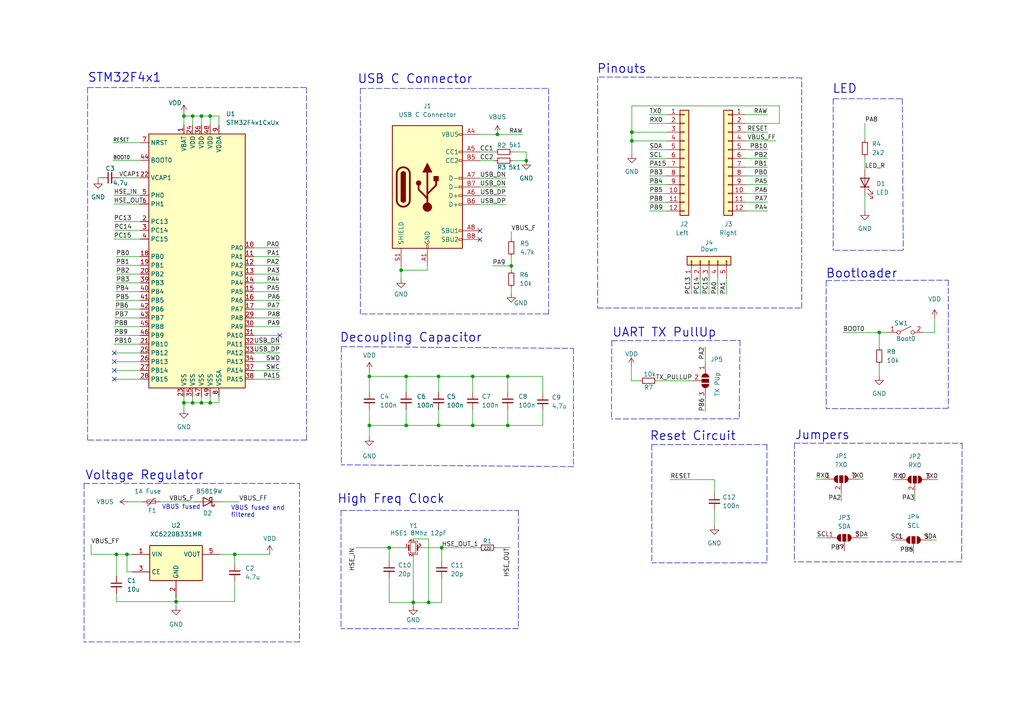
<source format=kicad_sch>
(kicad_sch (version 20250114) (generator "eeschema") (generator_version "9.0")
  (paper "A4")
  (title_block (title "STeMCell") (date "2022-08-08") (rev "2.0.0"))
  (lib_symbols
    (symbol "Connector:USB_C_Receptacle_USB2.0" (pin_names (offset 1.016))
      (property "Reference" "J" (at -10.16 19.05 0))
      (property "Value" "USB_C_Receptacle_USB2.0" (at 19.05 19.05 0))
      (symbol "USB_C_Receptacle_USB2.0_1_1"
        (pin passive line (at -7.62 -22.86 90) (length 5.08) (name "SHIELD") (number "S1"))
        (pin passive line (at 0 -22.86 90) (length 5.08) (name "GND") (number "A1"))
        (pin passive line (at 0 -22.86 90) (length 5.08) (hide yes) (name "GND") (number "A12"))
        (pin passive line (at 0 -22.86 90) (length 5.08) (hide yes) (name "GND") (number "B1"))
        (pin passive line (at 0 -22.86 90) (length 5.08) (hide yes) (name "GND") (number "B12"))
        (pin passive line (at 15.24 15.24 180) (length 5.08) (name "VBUS") (number "A4"))
        (pin passive line (at 15.24 15.24 180) (length 5.08) (hide yes) (name "VBUS") (number "A9"))
        (pin passive line (at 15.24 15.24 180) (length 5.08) (hide yes) (name "VBUS") (number "B4"))
        (pin passive line (at 15.24 15.24 180) (length 5.08) (hide yes) (name "VBUS") (number "B9"))
        (pin bidirectional line (at 15.24 10.16 180) (length 5.08) (name "CC1") (number "A5"))
        (pin bidirectional line (at 15.24 7.62 180) (length 5.08) (name "CC2") (number "B5"))
        (pin bidirectional line (at 15.24 2.54 180) (length 5.08) (name "D-") (number "A7"))
        (pin bidirectional line (at 15.24 0 180) (length 5.08) (name "D-") (number "B7"))
        (pin bidirectional line (at 15.24 -2.54 180) (length 5.08) (name "D+") (number "A6"))
        (pin bidirectional line (at 15.24 -5.08 180) (length 5.08) (name "D+") (number "B6"))
        (pin bidirectional line (at 15.24 -12.7 180) (length 5.08) (name "SBU1") (number "A8"))
        (pin bidirectional line (at 15.24 -15.24 180) (length 5.08) (name "SBU2") (number "B8"))
      )
    )
    (symbol "Connector_Generic:Conn_01x05" (pin_names (offset 1.016) (hide yes))
      (property "Reference" "J" (at 0 7.62 0))
      (property "Value" "Conn_01x05" (at 0 -7.62 0))
      (symbol "Conn_01x05_1_1"
        (pin passive line (at -5.08 5.08 0) (length 3.81) (name "Pin_1") (number "1"))
        (pin passive line (at -5.08 2.54 0) (length 3.81) (name "Pin_2") (number "2"))
        (pin passive line (at -5.08 0 0) (length 3.81) (name "Pin_3") (number "3"))
        (pin passive line (at -5.08 -2.54 0) (length 3.81) (name "Pin_4") (number "4"))
        (pin passive line (at -5.08 -5.08 0) (length 3.81) (name "Pin_5") (number "5"))
      )
    )
    (symbol "Connector_Generic:Conn_01x12" (pin_names (offset 1.016) (hide yes))
      (property "Reference" "J" (at 0 15.24 0))
      (property "Value" "Conn_01x12" (at 0 -17.78 0))
      (symbol "Conn_01x12_1_1"
        (pin passive line (at -5.08 12.7 0) (length 3.81) (name "Pin_1") (number "1"))
        (pin passive line (at -5.08 10.16 0) (length 3.81) (name "Pin_2") (number "2"))
        (pin passive line (at -5.08 7.62 0) (length 3.81) (name "Pin_3") (number "3"))
        (pin passive line (at -5.08 5.08 0) (length 3.81) (name "Pin_4") (number "4"))
        (pin passive line (at -5.08 2.54 0) (length 3.81) (name "Pin_5") (number "5"))
        (pin passive line (at -5.08 0 0) (length 3.81) (name "Pin_6") (number "6"))
        (pin passive line (at -5.08 -2.54 0) (length 3.81) (name "Pin_7") (number "7"))
        (pin passive line (at -5.08 -5.08 0) (length 3.81) (name "Pin_8") (number "8"))
        (pin passive line (at -5.08 -7.62 0) (length 3.81) (name "Pin_9") (number "9"))
        (pin passive line (at -5.08 -10.16 0) (length 3.81) (name "Pin_10") (number "10"))
        (pin passive line (at -5.08 -12.7 0) (length 3.81) (name "Pin_11") (number "11"))
        (pin passive line (at -5.08 -15.24 0) (length 3.81) (name "Pin_12") (number "12"))
      )
    )
    (symbol "Device:C_Small" (pin_numbers (hide yes)) (pin_names (offset 0.254) (hide yes))
      (property "Reference" "C" (at 0.254 1.778 0))
      (property "Value" "C_Small" (at 0.254 -2.032 0))
      (symbol "C_Small_1_1"
        (pin passive line (at 0 2.54 270) (length 2.032) (name "~") (number "1"))
        (pin passive line (at 0 -2.54 90) (length 2.032) (name "~") (number "2"))
      )
    )
    (symbol "Device:Crystal_GND24_Small" (pin_names (offset 1.016) (hide yes))
      (property "Reference" "Y" (at 1.27 4.445 0))
      (property "Value" "Crystal_GND24_Small" (at 1.27 2.54 0))
      (symbol "Crystal_GND24_Small_1_1"
        (pin passive line (at -2.54 0 0) (length 1.27) (name "1") (number "1"))
        (pin passive line (at 0 2.54 270) (length 0.635) (name "4") (number "4"))
        (pin passive line (at 0 -2.54 90) (length 0.635) (name "2") (number "2"))
        (pin passive line (at 2.54 0 180) (length 1.27) (name "3") (number "3"))
      )
    )
    (symbol "Device:LED" (pin_numbers (hide yes)) (pin_names (offset 1.016) (hide yes))
      (property "Reference" "D" (at 0 2.54 0))
      (property "Value" "LED" (at 0 -2.54 0))
      (symbol "LED_1_1"
        (pin passive line (at -3.81 0 0) (length 2.54) (name "K") (number "1"))
        (pin passive line (at 3.81 0 180) (length 2.54) (name "A") (number "2"))
      )
    )
    (symbol "Device:Polyfuse_Small" (pin_numbers (hide yes)) (pin_names (offset 0))
      (property "Reference" "F" (at -1.905 0 90))
      (property "Value" "Polyfuse_Small" (at 1.905 0 90))
      (symbol "Polyfuse_Small_1_1"
        (pin passive line (at 0 2.54 270) (length 0.635) (name "~") (number "1"))
        (pin passive line (at 0 -2.54 90) (length 0.635) (name "~") (number "2"))
      )
    )
    (symbol "Device:R_Small" (pin_numbers (hide yes)) (pin_names (offset 0.254) (hide yes))
      (property "Reference" "R" (at 0.762 0.508 0))
      (property "Value" "R_Small" (at 0.762 -1.016 0))
      (symbol "R_Small_1_1"
        (pin passive line (at 0 2.54 270) (length 0.762) (name "~") (number "1"))
        (pin passive line (at 0 -2.54 90) (length 0.762) (name "~") (number "2"))
      )
    )
    (symbol "Diode:1N5819" (pin_numbers (hide yes)) (pin_names (offset 1.016) (hide yes))
      (property "Reference" "D" (at 0 2.54 0))
      (property "Value" "1N5819" (at 0 -2.54 0))
      (symbol "1N5819_1_1"
        (pin passive line (at -3.81 0 0) (length 2.54) (name "K") (number "1"))
        (pin passive line (at 3.81 0 180) (length 2.54) (name "A") (number "2"))
      )
    )
    (symbol "Jumper:SolderJumper_3_Open" (pin_names (offset 0) (hide yes))
      (property "Reference" "JP" (at -2.54 -2.54 0))
      (property "Value" "SolderJumper_3_Open" (at 0 2.794 0))
      (symbol "SolderJumper_3_Open_1_1"
        (pin passive line (at -5.08 0 0) (length 2.54) (name "A") (number "1"))
        (pin input line (at 0 -3.81 90) (length 2.54) (name "C") (number "2"))
        (pin passive line (at 5.08 0 180) (length 2.54) (name "B") (number "3"))
      )
    )
    (symbol "MCU_ST_STM32F4:STM32F411CCUx"
      (property "Reference" "U" (at -15.24 36.83 0))
      (property "Value" "STM32F411CCUx" (at 7.62 36.83 0))
      (symbol "STM32F411CCUx_1_1"
        (pin input line (at -17.78 33.02 0) (length 2.54) (name "NRST") (number "7"))
        (pin input line (at -17.78 27.94 0) (length 2.54) (name "BOOT0") (number "44"))
        (pin power_in line (at -17.78 22.86 0) (length 2.54) (name "VCAP1") (number "22"))
        (pin input line (at -17.78 17.78 0) (length 2.54) (name "PH0") (number "5"))
        (pin input line (at -17.78 15.24 0) (length 2.54) (name "PH1") (number "6"))
        (pin bidirectional line (at -17.78 10.16 0) (length 2.54) (name "PC13") (number "2"))
        (pin bidirectional line (at -17.78 7.62 0) (length 2.54) (name "PC14") (number "3"))
        (pin bidirectional line (at -17.78 5.08 0) (length 2.54) (name "PC15") (number "4"))
        (pin bidirectional line (at -17.78 0 0) (length 2.54) (name "PB0") (number "18"))
        (pin bidirectional line (at -17.78 -2.54 0) (length 2.54) (name "PB1") (number "19"))
        (pin bidirectional line (at -17.78 -5.08 0) (length 2.54) (name "PB2") (number "20"))
        (pin bidirectional line (at -17.78 -7.62 0) (length 2.54) (name "PB3") (number "39"))
        (pin bidirectional line (at -17.78 -10.16 0) (length 2.54) (name "PB4") (number "40"))
        (pin bidirectional line (at -17.78 -12.7 0) (length 2.54) (name "PB5") (number "41"))
        (pin bidirectional line (at -17.78 -15.24 0) (length 2.54) (name "PB6") (number "42"))
        (pin bidirectional line (at -17.78 -17.78 0) (length 2.54) (name "PB7") (number "43"))
        (pin bidirectional line (at -17.78 -20.32 0) (length 2.54) (name "PB8") (number "45"))
        (pin bidirectional line (at -17.78 -22.86 0) (length 2.54) (name "PB9") (number "46"))
        (pin bidirectional line (at -17.78 -25.4 0) (length 2.54) (name "PB10") (number "21"))
        (pin bidirectional line (at -17.78 -27.94 0) (length 2.54) (name "PB12") (number "25"))
        (pin bidirectional line (at -17.78 -30.48 0) (length 2.54) (name "PB13") (number "26"))
        (pin bidirectional line (at -17.78 -33.02 0) (length 2.54) (name "PB14") (number "27"))
        (pin bidirectional line (at -17.78 -35.56 0) (length 2.54) (name "PB15") (number "28"))
        (pin power_in line (at -5.08 38.1 270) (length 2.54) (name "VBAT") (number "1"))
        (pin power_in line (at -5.08 -40.64 90) (length 2.54) (name "VSS") (number "23"))
        (pin power_in line (at -2.54 38.1 270) (length 2.54) (name "VDD") (number "24"))
        (pin power_in line (at -2.54 -40.64 90) (length 2.54) (name "VSS") (number "35"))
        (pin power_in line (at 0 38.1 270) (length 2.54) (name "VDD") (number "36"))
        (pin power_in line (at 0 -40.64 90) (length 2.54) (name "VSS") (number "47"))
        (pin power_in line (at 2.54 38.1 270) (length 2.54) (name "VDD") (number "48"))
        (pin power_in line (at 2.54 -40.64 90) (length 2.54) (name "VSS") (number "49"))
        (pin power_in line (at 5.08 38.1 270) (length 2.54) (name "VDDA") (number "9"))
        (pin power_in line (at 5.08 -40.64 90) (length 2.54) (name "VSSA") (number "8"))
        (pin bidirectional line (at 15.24 2.54 180) (length 2.54) (name "PA0") (number "10"))
        (pin bidirectional line (at 15.24 0 180) (length 2.54) (name "PA1") (number "11"))
        (pin bidirectional line (at 15.24 -2.54 180) (length 2.54) (name "PA2") (number "12"))
        (pin bidirectional line (at 15.24 -5.08 180) (length 2.54) (name "PA3") (number "13"))
        (pin bidirectional line (at 15.24 -7.62 180) (length 2.54) (name "PA4") (number "14"))
        (pin bidirectional line (at 15.24 -10.16 180) (length 2.54) (name "PA5") (number "15"))
        (pin bidirectional line (at 15.24 -12.7 180) (length 2.54) (name "PA6") (number "16"))
        (pin bidirectional line (at 15.24 -15.24 180) (length 2.54) (name "PA7") (number "17"))
        (pin bidirectional line (at 15.24 -17.78 180) (length 2.54) (name "PA8") (number "29"))
        (pin bidirectional line (at 15.24 -20.32 180) (length 2.54) (name "PA9") (number "30"))
        (pin bidirectional line (at 15.24 -22.86 180) (length 2.54) (name "PA10") (number "31"))
        (pin bidirectional line (at 15.24 -25.4 180) (length 2.54) (name "PA11") (number "32"))
        (pin bidirectional line (at 15.24 -27.94 180) (length 2.54) (name "PA12") (number "33"))
        (pin bidirectional line (at 15.24 -30.48 180) (length 2.54) (name "PA13") (number "34"))
        (pin bidirectional line (at 15.24 -33.02 180) (length 2.54) (name "PA14") (number "37"))
        (pin bidirectional line (at 15.24 -35.56 180) (length 2.54) (name "PA15") (number "38"))
      )
    )
    (symbol "Regulator_Linear:XC6220B331MR"
      (property "Reference" "U" (at 0 8.89 0))
      (property "Value" "XC6220B331MR" (at 0 6.35 0))
      (symbol "XC6220B331MR_1_1"
        (pin power_in line (at -12.7 2.54 0) (length 5.08) (name "VIN") (number "1"))
        (pin input line (at -12.7 -2.54 0) (length 5.08) (name "CE") (number "3"))
        (pin power_in line (at 0 -10.16 90) (length 5.08) (name "GND") (number "2"))
        (pin power_out line (at 12.7 2.54 180) (length 5.08) (name "VOUT") (number "5"))
        (pin no_connect line (at 12.7 -2.54 180) (length 5.08) (hide yes) (name "NC") (number "4"))
      )
    )
    (symbol "Switch:SW_SPST" (pin_names (offset 0) (hide yes))
      (property "Reference" "SW" (at 0 3.175 0))
      (property "Value" "SW_SPST" (at 0 -2.54 0))
      (symbol "SW_SPST_1_1"
        (pin passive line (at -5.08 0 0) (length 2.54) (name "A") (number "1"))
        (pin passive line (at 5.08 0 180) (length 2.54) (name "B") (number "2"))
      )
    )
    (symbol "power:GND" (power) (pin_names (offset 0))
      (property "Value" "GND" (at 0 -3.81 0))
      (symbol "GND_1_1"
        (pin power_in line (at 0 0 270) (length 0) (hide yes) (name "GND") (number "1"))
      )
    )
    (symbol "power:VBUS" (power) (pin_names (offset 0))
      (property "Value" "VBUS" (at 0 3.81 0))
      (symbol "VBUS_1_1"
        (pin power_in line (at 0 0 90) (length 0) (hide yes) (name "VBUS") (number "1"))
      )
    )
    (symbol "power:VDD" (power) (pin_names (offset 0))
      (property "Value" "VDD" (at 0 3.81 0))
      (symbol "VDD_1_1"
        (pin power_in line (at 0 0 90) (length 0) (hide yes) (name "VDD") (number "1"))
      )
    )
  )
  (text "Jumpers\n" (at 230.4796 127.7874 0) (effects (font (size 2.54 2.54) (thickness 0.254) (bold yes)) (justify left bottom)))
  (text "Decoupling Capacitor\n" (at 98.5012 99.5172 0) (effects (font (size 2.54 2.54) (thickness 0.254) (bold yes)) (justify left bottom)))
  (text "STM32F4x1" (at 25.4 24.13 0) (effects (font (size 2.54 2.54) (thickness 0.254) (bold yes)) (justify left bottom)))
  (text "Reset Circuit" (at 188.4172 128.0668 0) (effects (font (size 2.54 2.54) (thickness 0.254) (bold yes)) (justify left bottom)))
  (text "VBUS fused" (at 46.9392 147.8788 0) (effects (font (size 1.27 1.27)) (justify left bottom)))
  (text "Voltage Regulator\n" (at 24.638 139.446 0) (effects (font (size 2.54 2.54) (thickness 0.254) (bold yes)) (justify left bottom)))
  (text "LED\n\n" (at 241.4016 31.4452 0) (effects (font (size 2.54 2.54) (thickness 0.254) (bold yes)) (justify left bottom)))
  (text "High Freq Clock\n" (at 97.7646 146.2786 0) (effects (font (size 2.54 2.54) (thickness 0.254) (bold yes)) (justify left bottom)))
  (text "Bootloader" (at 239.4712 80.9244 0) (effects (font (size 2.54 2.54) (thickness 0.254) (bold yes)) (justify left bottom)))
  (text "UART TX PullUp" (at 177.5206 98.044 0) (effects (font (size 2.54 2.54) (thickness 0.254) (bold yes)) (justify left bottom)))
  (text "USB C Connector" (at 103.632 24.511 0) (effects (font (size 2.54 2.54) (thickness 0.254) (bold yes)) (justify left bottom)))
  (text "VBUS fused and\nfiltered" (at 66.9544 150.2156 0) (effects (font (size 1.27 1.27)) (justify left bottom)))
  (text "Pinouts\n" (at 173.101 21.5646 0) (effects (font (size 2.54 2.54) (thickness 0.254) (bold yes)) (justify left bottom)))
  (junction (at 68.072 160.782))
  (junction (at 127.2032 123.3932))
  (junction (at 119.8626 174.7266))
  (junction (at 53.34 116.84))
  (junction (at 255.016 96.4184))
  (junction (at 148.2852 77.1144))
  (junction (at 116.332 78.359))
  (junction (at 124.3076 174.7266))
  (junction (at 137.1092 123.3932))
  (junction (at 117.8052 109.1692))
  (junction (at 137.1092 109.1692))
  (junction (at 144.272 38.989))
  (junction (at 55.88 33.655))
  (junction (at 117.8052 123.3932))
  (junction (at 51.054 174.498))
  (junction (at 183.261 40.8686))
  (junction (at 60.96 33.655))
  (junction (at 60.96 116.84))
  (junction (at 152.654 46.609))
  (junction (at 58.42 33.655))
  (junction (at 107.1372 123.3932))
  (junction (at 183.261 38.3286))
  (junction (at 128.1176 158.8516))
  (junction (at 147.2692 123.3932))
  (junction (at 58.42 116.84))
  (junction (at 53.34 33.655))
  (junction (at 55.88 116.84))
  (junction (at 147.2692 109.1692))
  (junction (at 36.83 160.782))
  (junction (at 112.8776 158.8516))
  (junction (at 33.782 160.782))
  (junction (at 107.1372 109.1692))
  (junction (at 127.2032 109.1692))
  (no_connect (at 33.147 107.442))
  (no_connect (at 139.192 66.929))
  (no_connect (at 139.192 69.469))
  (no_connect (at 81.153 97.282))
  (no_connect (at 33.147 109.982))
  (no_connect (at 33.147 104.902))
  (no_connect (at 33.147 102.362))
  (wire (pts (xy 226.06 30.7086) (xy 183.261 30.7086)))
  (polyline (pts (xy 150.3426 182.3466) (xy 98.9076 182.3466)) (stroke (width 0) (type dash)))
  (wire (pts (xy 236.6264 138.9634) (xy 238.9124 138.9634)))
  (wire (pts (xy 250.8504 45.593) (xy 250.8504 49.149)))
  (wire (pts (xy 250.4694 138.9634) (xy 249.0724 138.9634)))
  (wire (pts (xy 46.4312 145.542) (xy 56.388 145.542)))
  (wire (pts (xy 137.1092 118.8212) (xy 137.1092 123.3932)))
  (polyline (pts (xy 88.9 25.4) (xy 88.9 127.635)) (stroke (width 0) (type dash)))
  (wire (pts (xy 183.261 40.8686) (xy 193.421 40.8686)))
  (wire (pts (xy 216.281 40.8686) (xy 225.0186 40.8686)))
  (wire (pts (xy 271.6784 156.6164) (xy 270.0274 156.6164)))
  (wire (pts (xy 117.8052 109.1692) (xy 127.2032 109.1692)))
  (wire (pts (xy 116.332 77.089) (xy 116.332 78.359)))
  (wire (pts (xy 73.66 104.902) (xy 81.2546 104.902)))
  (wire (pts (xy 33.655 79.502) (xy 40.64 79.502)))
  (wire (pts (xy 33.782 160.782) (xy 36.83 160.782)))
  (wire (pts (xy 183.134 110.4392) (xy 185.5724 110.4392)))
  (wire (pts (xy 68.072 160.782) (xy 68.072 163.576)))
  (wire (pts (xy 157.4292 119.0752) (xy 157.4292 123.3932)))
  (wire (pts (xy 33.274 92.202) (xy 40.64 92.202)))
  (polyline (pts (xy 88.9 127.635) (xy 25.4 127.635)) (stroke (width 0) (type dash)))
  (wire (pts (xy 73.66 71.882) (xy 81.026 71.882)))
  (wire (pts (xy 216.281 35.7886) (xy 226.06 35.7886)))
  (wire (pts (xy 147.2692 118.8212) (xy 147.2692 123.3932)))
  (wire (pts (xy 73.66 102.362) (xy 81.2038 102.362)))
  (wire (pts (xy 137.1092 123.3932) (xy 127.2032 123.3932)))
  (wire (pts (xy 216.281 45.9486) (xy 222.631 45.9486)))
  (wire (pts (xy 188.341 33.2486) (xy 193.421 33.2486)))
  (wire (pts (xy 32.766 41.402) (xy 40.64 41.402)))
  (polyline (pts (xy 189.0522 128.9558) (xy 189.0522 163.2458)) (stroke (width 0) (type dash)))
  (wire (pts (xy 255.016 105.8164) (xy 255.016 109.0676)))
  (wire (pts (xy 143.9164 158.8516) (xy 147.9804 158.8516)))
  (wire (pts (xy 122.4026 158.8516) (xy 128.1176 158.8516)))
  (wire (pts (xy 143.5862 44.069) (xy 139.192 44.069)))
  (polyline (pts (xy 261.7216 28.6512) (xy 261.9756 72.5932)) (stroke (width 0) (type dash)))
  (polyline (pts (xy 166.3192 101.0412) (xy 166.3192 135.3312)) (stroke (width 0) (type dash)))
  (wire (pts (xy 58.42 33.655) (xy 58.42 36.322)))
  (wire (pts (xy 183.261 38.3286) (xy 183.261 40.8686)))
  (wire (pts (xy 60.96 115.062) (xy 60.96 116.84)))
  (wire (pts (xy 33.401 89.662) (xy 40.64 89.662)))
  (polyline (pts (xy 104.521 25.654) (xy 159.131 25.654)) (stroke (width 0) (type dash)))
  (wire (pts (xy 216.281 43.4086) (xy 222.631 43.4086)))
  (wire (pts (xy 148.2852 67.1576) (xy 148.2852 69.342)))
  (wire (pts (xy 112.8776 167.7416) (xy 112.8776 174.7266)))
  (wire (pts (xy 73.66 94.742) (xy 81.2292 94.742)))
  (polyline (pts (xy 239.6236 81.3816) (xy 239.6236 118.5418)) (stroke (width 0) (type dash)))
  (wire (pts (xy 139.192 38.989) (xy 144.272 38.989)))
  (wire (pts (xy 152.654 44.069) (xy 152.654 46.609)))
  (wire (pts (xy 124.3076 156.3116) (xy 124.3076 174.7266)))
  (wire (pts (xy 73.66 109.982) (xy 81.2546 109.982)))
  (polyline (pts (xy 177.4444 98.806) (xy 214.63 98.7552)) (stroke (width 0) (type dash)))
  (wire (pts (xy 73.66 84.582) (xy 81.1022 84.582)))
  (wire (pts (xy 33.1216 99.822) (xy 40.64 99.822)))
  (wire (pts (xy 183.261 38.3286) (xy 193.421 38.3286)))
  (polyline (pts (xy 278.9174 162.9664) (xy 230.4034 162.9664)) (stroke (width 0) (type dash)))
  (wire (pts (xy 112.8776 158.8516) (xy 117.3226 158.8516)))
  (wire (pts (xy 183.261 40.8686) (xy 183.261 44.6786)))
  (polyline (pts (xy 24.384 140.208) (xy 24.384 186.182)) (stroke (width 0) (type dash)))
  (wire (pts (xy 55.88 33.655) (xy 58.42 33.655)))
  (wire (pts (xy 33.528 87.122) (xy 40.64 87.122)))
  (wire (pts (xy 190.6524 110.4392) (xy 200.7616 110.4392)))
  (wire (pts (xy 63.5 116.84) (xy 60.96 116.84)))
  (wire (pts (xy 33.147 66.802) (xy 40.64 66.802)))
  (wire (pts (xy 68.072 168.656) (xy 68.072 174.4472)))
  (wire (pts (xy 148.6662 44.069) (xy 152.654 44.069)))
  (wire (pts (xy 107.1372 118.8212) (xy 107.1372 123.3932)))
  (wire (pts (xy 216.281 61.1886) (xy 222.631 61.1886)))
  (wire (pts (xy 73.66 107.442) (xy 81.2546 107.442)))
  (wire (pts (xy 205.6384 80.6958) (xy 205.6384 85.3948)))
  (wire (pts (xy 123.952 77.089) (xy 123.952 78.359)))
  (wire (pts (xy 53.34 115.062) (xy 53.34 116.84)))
  (wire (pts (xy 53.34 33.655) (xy 55.88 33.655)))
  (wire (pts (xy 51.308 174.4472) (xy 51.054 174.498)))
  (wire (pts (xy 73.66 89.662) (xy 81.1784 89.662)))
  (polyline (pts (xy 159.131 91.059) (xy 104.521 91.059)) (stroke (width 0) (type dash)))
  (wire (pts (xy 73.66 74.422) (xy 81.153 74.422)))
  (wire (pts (xy 73.66 92.202) (xy 81.28 92.202)))
  (wire (pts (xy 53.34 33.02) (xy 53.34 33.655)))
  (wire (pts (xy 112.8776 162.6616) (xy 112.8776 158.8516)))
  (wire (pts (xy 60.96 33.655) (xy 63.5 33.655)))
  (wire (pts (xy 63.5 36.322) (xy 63.5 33.655)))
  (wire (pts (xy 33.147 102.362) (xy 40.64 102.362)))
  (wire (pts (xy 107.1372 123.3932) (xy 107.1372 126.6952)))
  (wire (pts (xy 127.2032 109.1692) (xy 137.1092 109.1692)))
  (wire (pts (xy 216.281 48.4886) (xy 222.631 48.4886)))
  (polyline (pts (xy 25.4 25.4) (xy 88.9 25.4)) (stroke (width 0) (type dash)))
  (wire (pts (xy 112.8776 174.7266) (xy 119.8626 174.7266)))
  (wire (pts (xy 124.3076 174.7266) (xy 128.1176 174.7266)))
  (wire (pts (xy 148.2852 74.422) (xy 148.2852 77.1144)))
  (wire (pts (xy 26.416 157.988) (xy 26.416 160.782)))
  (polyline (pts (xy 177.4444 98.806) (xy 177.3428 121.5136)) (stroke (width 0) (type dash)))
  (polyline (pts (xy 222.4532 128.9558) (xy 222.4532 163.2458)) (stroke (width 0) (type dash)))
  (wire (pts (xy 137.1092 113.7412) (xy 137.1092 109.1692)))
  (wire (pts (xy 203.0984 80.6958) (xy 203.0984 85.3948)))
  (wire (pts (xy 148.6662 46.609) (xy 152.654 46.609)))
  (wire (pts (xy 267.7668 96.4184) (xy 271.0688 96.4184)))
  (wire (pts (xy 139.192 51.689) (xy 146.7612 51.689)))
  (wire (pts (xy 53.34 33.655) (xy 53.34 36.322)))
  (wire (pts (xy 139.192 56.769) (xy 146.7612 56.769)))
  (wire (pts (xy 142.8496 77.1144) (xy 148.2852 77.1144)))
  (wire (pts (xy 33.147 107.442) (xy 40.64 107.442)))
  (wire (pts (xy 36.83 160.782) (xy 38.354 160.782)))
  (wire (pts (xy 204.5716 100.5332) (xy 204.5716 105.3592)))
  (wire (pts (xy 208.1784 80.6958) (xy 208.1784 85.3948)))
  (wire (pts (xy 188.341 45.9486) (xy 193.421 45.9486)))
  (polyline (pts (xy 173.355 22.3266) (xy 173.355 89.3318)) (stroke (width 0) (type dash)))
  (wire (pts (xy 244.5004 96.4184) (xy 255.016 96.4184)))
  (polyline (pts (xy 239.6236 81.3816) (xy 275.0312 81.2546)) (stroke (width 0) (type dash)))
  (wire (pts (xy 207.2132 139.1158) (xy 207.2132 142.9258)))
  (wire (pts (xy 183.261 30.7086) (xy 183.261 38.3286)))
  (polyline (pts (xy 230.4034 128.5494) (xy 230.4034 162.9664)) (stroke (width 0) (type dash)))
  (wire (pts (xy 36.83 165.862) (xy 36.83 160.782)))
  (wire (pts (xy 216.281 53.5686) (xy 222.631 53.5686)))
  (wire (pts (xy 147.2692 123.3932) (xy 137.1092 123.3932)))
  (wire (pts (xy 40.64 69.342) (xy 33.02 69.342)))
  (wire (pts (xy 28.448 52.07) (xy 28.448 51.562)))
  (wire (pts (xy 188.341 43.4086) (xy 193.421 43.4086)))
  (wire (pts (xy 139.192 59.309) (xy 146.7612 59.309)))
  (wire (pts (xy 63.754 160.782) (xy 68.072 160.782)))
  (wire (pts (xy 216.281 33.2486) (xy 222.631 33.2486)))
  (wire (pts (xy 41.3512 145.542) (xy 37.338 145.542)))
  (wire (pts (xy 255.016 96.4184) (xy 255.016 100.7364)))
  (wire (pts (xy 33.528 84.582) (xy 40.64 84.582)))
  (wire (pts (xy 128.1176 158.8516) (xy 128.1176 162.6616)))
  (wire (pts (xy 183.134 106.3244) (xy 183.134 110.4392)))
  (polyline (pts (xy 99.0092 100.5332) (xy 99.0092 134.8232)) (stroke (width 0) (type dash)))
  (wire (pts (xy 33.147 109.982) (xy 40.64 109.982)))
  (wire (pts (xy 128.1176 158.8516) (xy 138.8364 158.8516)))
  (wire (pts (xy 117.8052 123.3932) (xy 127.2032 123.3932)))
  (wire (pts (xy 188.341 51.0286) (xy 193.421 51.0286)))
  (wire (pts (xy 216.281 38.3286) (xy 222.631 38.3286)))
  (wire (pts (xy 119.8626 174.7266) (xy 124.3076 174.7266)))
  (wire (pts (xy 73.66 87.122) (xy 81.28 87.122)))
  (wire (pts (xy 216.281 58.6486) (xy 222.631 58.6486)))
  (wire (pts (xy 34.417 51.562) (xy 40.64 51.562)))
  (wire (pts (xy 119.8626 156.3116) (xy 124.3076 156.3116)))
  (polyline (pts (xy 279.0444 128.5494) (xy 278.9174 162.9664)) (stroke (width 0) (type dash)))
  (wire (pts (xy 148.2852 85.09) (xy 148.2852 83.5152)))
  (wire (pts (xy 216.281 56.1086) (xy 222.631 56.1086)))
  (polyline (pts (xy 232.537 89.3318) (xy 232.537 22.5806)) (stroke (width 0) (type dash)))
  (wire (pts (xy 58.42 33.655) (xy 60.96 33.655)))
  (wire (pts (xy 119.8626 175.7426) (xy 119.8626 174.7266)))
  (wire (pts (xy 258.3434 156.6164) (xy 259.8674 156.6164)))
  (polyline (pts (xy 261.9756 72.5932) (xy 241.6556 72.5932)) (stroke (width 0) (type dash)))
  (wire (pts (xy 188.341 48.4886) (xy 193.421 48.4886)))
  (polyline (pts (xy 99.0092 100.5332) (xy 166.3192 101.0412)) (stroke (width 0) (type dash)))
  (wire (pts (xy 107.1372 109.1692) (xy 107.1372 113.7412)))
  (wire (pts (xy 188.341 56.1086) (xy 193.421 56.1086)))
  (wire (pts (xy 127.2032 113.7412) (xy 127.2032 109.1692)))
  (wire (pts (xy 68.072 160.782) (xy 78.232 160.782)))
  (wire (pts (xy 204.5716 115.5192) (xy 204.5716 119.3292)))
  (wire (pts (xy 33.147 97.282) (xy 40.64 97.282)))
  (wire (pts (xy 40.64 59.182) (xy 33.02 59.182)))
  (polyline (pts (xy 241.6556 28.6512) (xy 261.7216 28.6512)) (stroke (width 0) (type dash)))
  (polyline (pts (xy 241.6556 28.6512) (xy 241.6556 72.5932)) (stroke (width 0) (type dash)))
  (wire (pts (xy 255.016 96.4184) (xy 257.6068 96.4184)))
  (wire (pts (xy 64.008 145.542) (xy 69.342 145.542)))
  (polyline (pts (xy 86.868 140.208) (xy 86.868 186.182)) (stroke (width 0) (type dash)))
  (wire (pts (xy 265.3284 145.3388) (xy 265.3284 142.9004)))
  (wire (pts (xy 63.5 115.062) (xy 63.5 116.84)))
  (wire (pts (xy 68.072 174.4472) (xy 51.308 174.4472)))
  (wire (pts (xy 33.655 74.422) (xy 40.64 74.422)))
  (wire (pts (xy 40.64 56.642) (xy 33.02 56.642)))
  (wire (pts (xy 58.42 115.062) (xy 58.42 116.84)))
  (wire (pts (xy 251.7394 155.9814) (xy 249.9614 155.9814)))
  (wire (pts (xy 55.88 116.84) (xy 53.34 116.84)))
  (wire (pts (xy 60.96 116.84) (xy 58.42 116.84)))
  (wire (pts (xy 236.8804 155.9814) (xy 239.8014 155.9814)))
  (wire (pts (xy 60.96 33.655) (xy 60.96 36.322)))
  (wire (pts (xy 73.66 82.042) (xy 81.1022 82.042)))
  (wire (pts (xy 271.0688 92.3798) (xy 271.0688 96.4184)))
  (polyline (pts (xy 214.4014 121.4628) (xy 177.3428 121.5136)) (stroke (width 0) (type dash)))
  (wire (pts (xy 127.2032 118.8212) (xy 127.2032 123.3932)))
  (wire (pts (xy 207.2132 148.0058) (xy 207.2132 152.4508)))
  (wire (pts (xy 144.272 38.989) (xy 151.638 38.989)))
  (polyline (pts (xy 150.3426 148.0566) (xy 150.3426 182.3466)) (stroke (width 0) (type dash)))
  (wire (pts (xy 73.66 99.822) (xy 81.2292 99.822)))
  (wire (pts (xy 216.281 51.0286) (xy 222.631 51.0286)))
  (polyline (pts (xy 98.9076 148.0566) (xy 98.9076 182.3466)) (stroke (width 0) (type dash)))
  (wire (pts (xy 143.5862 46.609) (xy 139.192 46.609)))
  (polyline (pts (xy 166.3192 135.3312) (xy 99.0092 134.8232)) (stroke (width 0) (type dash)))
  (wire (pts (xy 157.4292 109.1692) (xy 147.2692 109.1692)))
  (wire (pts (xy 117.8052 109.1692) (xy 107.1372 109.1692)))
  (polyline (pts (xy 189.0522 128.9558) (xy 222.4532 128.9558)) (stroke (width 0) (type dash)))
  (wire (pts (xy 33.147 104.902) (xy 40.64 104.902)))
  (polyline (pts (xy 159.131 25.654) (xy 159.131 91.059)) (stroke (width 0) (type dash)))
  (polyline (pts (xy 275.0312 81.2546) (xy 275.0312 118.4148)) (stroke (width 0) (type dash)))
  (wire (pts (xy 117.8052 113.7412) (xy 117.8052 109.1692)))
  (wire (pts (xy 258.9784 139.0904) (xy 260.2484 139.0904)))
  (wire (pts (xy 188.341 35.7886) (xy 193.421 35.7886)))
  (polyline (pts (xy 86.868 186.182) (xy 24.384 186.182)) (stroke (width 0) (type dash)))
  (wire (pts (xy 38.354 165.862) (xy 36.83 165.862)))
  (wire (pts (xy 188.341 61.1886) (xy 193.421 61.1886)))
  (polyline (pts (xy 214.63 98.7552) (xy 214.4014 121.4628)) (stroke (width 0) (type dash)))
  (wire (pts (xy 188.341 53.5686) (xy 193.421 53.5686)))
  (polyline (pts (xy 232.537 22.5806) (xy 173.355 22.3266)) (stroke (width 0) (type dash)))
  (polyline (pts (xy 98.9076 148.0566) (xy 150.3426 148.0566)) (stroke (width 0) (type dash)))
  (wire (pts (xy 148.2852 77.1144) (xy 148.2852 78.4352)))
  (polyline (pts (xy 230.4034 128.5494) (xy 279.0444 128.5494)) (stroke (width 0) (type dash)))
  (wire (pts (xy 210.7184 80.6958) (xy 210.7184 85.3948)))
  (wire (pts (xy 200.5584 80.6958) (xy 200.5584 85.3948)))
  (wire (pts (xy 250.8504 56.769) (xy 250.8504 61.214)))
  (wire (pts (xy 272.0594 139.0904) (xy 270.4084 139.0904)))
  (wire (pts (xy 147.2692 109.1692) (xy 147.2692 113.7412)))
  (wire (pts (xy 33.655 82.042) (xy 40.64 82.042)))
  (polyline (pts (xy 104.521 25.654) (xy 104.521 91.059)) (stroke (width 0) (type dash)))
  (wire (pts (xy 55.88 115.062) (xy 55.88 116.84)))
  (wire (pts (xy 107.1372 107.6452) (xy 107.1372 109.1692)))
  (wire (pts (xy 33.782 160.782) (xy 33.782 167.132)))
  (wire (pts (xy 26.416 160.782) (xy 33.782 160.782)))
  (wire (pts (xy 33.782 172.212) (xy 33.782 174.498)))
  (wire (pts (xy 116.332 78.359) (xy 116.332 80.899)))
  (wire (pts (xy 73.66 79.502) (xy 81.153 79.502)))
  (wire (pts (xy 117.8052 123.3932) (xy 107.1372 123.3932)))
  (wire (pts (xy 116.332 78.359) (xy 123.952 78.359)))
  (wire (pts (xy 28.448 51.562) (xy 29.337 51.562)))
  (wire (pts (xy 226.06 35.7886) (xy 226.06 30.7086)))
  (polyline (pts (xy 24.384 140.208) (xy 86.868 140.208)) (stroke (width 0) (type dash)))
  (wire (pts (xy 194.4116 139.1158) (xy 207.2132 139.1158)))
  (polyline (pts (xy 222.4532 163.2458) (xy 189.0522 163.2458)) (stroke (width 0) (type dash)))
  (wire (pts (xy 250.8504 35.687) (xy 250.8504 40.513)))
  (wire (pts (xy 58.42 116.84) (xy 55.88 116.84)))
  (wire (pts (xy 55.88 36.322) (xy 55.88 33.655)))
  (wire (pts (xy 51.054 173.482) (xy 51.054 174.498)))
  (wire (pts (xy 128.1176 167.7416) (xy 128.1176 174.7266)))
  (wire (pts (xy 117.8052 118.8212) (xy 117.8052 123.3932)))
  (wire (pts (xy 73.66 76.962) (xy 81.026 76.962)))
  (wire (pts (xy 33.782 174.498) (xy 51.054 174.498)))
  (wire (pts (xy 53.34 116.84) (xy 53.34 118.745)))
  (wire (pts (xy 243.9924 145.3896) (xy 243.9924 142.7734)))
  (wire (pts (xy 81.153 97.282) (xy 73.66 97.282)))
  (polyline (pts (xy 275.0312 118.4148) (xy 239.6236 118.5418)) (stroke (width 0) (type dash)))
  (wire (pts (xy 139.192 54.229) (xy 146.7612 54.229)))
  (wire (pts (xy 188.341 58.6486) (xy 193.421 58.6486)))
  (wire (pts (xy 103.1494 158.8516) (xy 112.8776 158.8516)))
  (wire (pts (xy 157.4292 113.9952) (xy 157.4292 109.1692)))
  (wire (pts (xy 32.766 46.482) (xy 40.64 46.482)))
  (wire (pts (xy 33.147 94.742) (xy 40.64 94.742)))
  (wire (pts (xy 137.1092 109.1692) (xy 147.2692 109.1692)))
  (polyline (pts (xy 173.355 89.3318) (xy 232.537 89.3318)) (stroke (width 0) (type dash)))
  (polyline (pts (xy 25.4 25.4) (xy 25.4 127.635)) (stroke (width 0) (type dash)))
  (wire (pts (xy 157.4292 123.3932) (xy 147.2692 123.3932)))
  (wire (pts (xy 51.054 174.498) (xy 51.054 175.768)))
  (wire (pts (xy 119.8626 161.3916) (xy 119.8626 174.7266)))
  (wire (pts (xy 33.6296 76.962) (xy 40.64 76.962)))
  (wire (pts (xy 33.02 64.262) (xy 40.64 64.262)))
  (label "HSE_IN" (at 33.02 56.642 0))
  (label "PB1" (at 222.631 48.4886 180))
  (label "PA2" (at 204.5716 100.5332 270))
  (label "LED_R" (at 250.8504 49.1236 0))
  (label "PB2" (at 222.631 45.9486 180))
  (label "PA4" (at 81.1022 82.042 180))
  (label "PA5" (at 81.1022 84.582 180))
  (label "USB_DN" (at 81.2292 99.822 180))
  (label "PB10" (at 33.1216 99.822 0))
  (label "PA0" (at 208.1784 85.3948 90))
  (label "PA9" (at 142.8496 77.1144 0))
  (label "SCL" (at 188.341 45.9486 0))
  (label "PC14" (at 33.147 66.802 0))
  (label "PC13" (at 200.5584 85.3948 90))
  (label "PC14" (at 203.0984 85.3948 90))
  (label "PB0" (at 222.631 51.0286 180))
  (label "HSE_OUT" (at 33.02 59.182 0))
  (label "PA0" (at 81.026 71.882 180))
  (label "SCL" (at 236.8804 155.9814 0))
  (label "PA8" (at 250.8504 35.687 0))
  (label "SDA" (at 271.6784 156.6164 180))
  (label "HSE_OUT" (at 147.9804 158.8516 270))
  (label "PA3" (at 81.153 79.502 180))
  (label "VBUS_FF" (at 69.342 145.542 0))
  (label "TX0" (at 188.341 33.2486 0))
  (label "USB_DP" (at 81.2038 102.362 180))
  (label "USB_DP" (at 146.7612 56.769 180))
  (label "PB1" (at 33.6296 76.962 0))
  (label "PB3" (at 188.341 51.0286 0))
  (label "PA15" (at 188.341 48.4886 0))
  (label "SCL" (at 258.3434 156.6164 0))
  (label "RAW" (at 151.638 38.989 180))
  (label "PB8" (at 188.341 58.6486 0))
  (label "RESET" (at 32.766 41.402 0) (effects (font (size 1 1))))
  (label "TX_PULLUP" (at 200.7616 110.4392 180))
  (label "VCAP1" (at 40.64 51.562 180))
  (label "PA2" (at 243.9924 145.3896 180))
  (label "SWD" (at 81.2546 104.902 180))
  (label "PB4" (at 33.528 84.582 0))
  (label "PB6" (at 33.401 89.662 0))
  (label "BOOT0" (at 244.5004 96.4184 0))
  (label "PB8" (at 33.147 94.742 0))
  (label "PB5" (at 33.528 87.122 0))
  (label "PA9" (at 81.2292 94.742 180))
  (label "RESET" (at 222.631 38.3286 180))
  (label "VBUS_F" (at 148.2852 67.1576 0))
  (label "PB6" (at 204.5716 119.3292 90))
  (label "TX0" (at 250.4694 138.9634 180))
  (label "PC15" (at 205.6384 85.3948 90))
  (label "PA2" (at 81.026 76.962 180))
  (label "PB7" (at 244.8814 159.7914 180))
  (label "PA1" (at 210.7184 85.3948 90))
  (label "PB4" (at 188.341 53.5686 0))
  (label "PA8" (at 81.28 92.202 180))
  (label "VBUS_FF" (at 26.416 157.988 0))
  (label "HSE_OUT_1" (at 128.1176 158.8516 0))
  (label "SDA" (at 251.7394 155.9814 180))
  (label "PB3" (at 33.655 82.042 0))
  (label "BOOT0" (at 32.766 46.482 0) (effects (font (size 1 1))))
  (label "SDA" (at 188.341 43.4086 0))
  (label "PA6" (at 222.631 56.1086 180))
  (label "PC13" (at 33.02 64.262 0))
  (label "PB7" (at 33.274 92.202 0))
  (label "PB2" (at 33.655 79.502 0))
  (label "PB10" (at 222.631 43.4086 180))
  (label "PA3" (at 265.3284 145.3388 180))
  (label "USB_DN" (at 146.7612 54.229 180))
  (label "RAW" (at 222.631 33.2486 180))
  (label "VBUS_F" (at 49.0728 145.542 0))
  (label "CC2" (at 139.192 46.609 0))
  (label "PA4" (at 222.631 61.1886 180))
  (label "CC1" (at 139.192 44.069 0))
  (label "PA6" (at 81.28 87.122 180))
  (label "HSE_IN" (at 103.1494 158.8516 270))
  (label "PB9" (at 188.341 61.1886 0))
  (label "RX0" (at 236.6264 138.9634 0))
  (label "USB_DP" (at 146.7612 59.309 180))
  (label "PA7" (at 81.1784 89.662 180))
  (label "USB_DN" (at 146.7612 51.689 180))
  (label "PC15" (at 33.02 69.342 0))
  (label "VBUS_FF" (at 225.0186 40.8686 180))
  (label "PB6" (at 264.9474 160.4264 180))
  (label "PA7" (at 222.631 58.6486 180))
  (label "PB5" (at 188.341 56.1086 0))
  (label "PA1" (at 81.153 74.422 180))
  (label "PB9" (at 33.147 97.282 0))
  (label "SWC" (at 81.2546 107.442 180))
  (label "PB0" (at 33.655 74.422 0))
  (label "RESET" (at 194.4116 139.1158 0))
  (label "RX0" (at 258.9784 139.0904 0))
  (label "RX0" (at 188.341 35.7886 0))
  (label "TX0" (at 272.0594 139.0904 180))
  (label "PA5" (at 222.631 53.5686 180))
  (label "PA15" (at 81.2546 109.982 180))
  (symbol (lib_id "power:GND") (at 116.332 80.899 0) (unit 1)
    (property "Reference" "#PWR0110" (effects (hide yes)))
    (property "Value" "GND" (at 116.332 85.344 0))
  )
  (symbol (lib_id "Device:C_Small") (at 68.072 166.116 0) (unit 1)
    (property "Reference" "C2" (at 71.12 164.8522 0) (effects (justify left)))
    (property "Value" "4.7u" (at 71.12 167.3922 0) (effects (justify left)))
    (property "Footprint" "Capacitor_SMD:C_0402_1005Metric" (effects (hide yes)))
    (property "LCSC" "C23733" (effects (hide yes)))
  )
  (symbol (lib_id "Device:C_Small") (at 128.1176 165.2016 0) (unit 1)
    (property "Reference" "C11" (at 130.6576 163.9316 0) (effects (justify left)))
    (property "Value" "20p" (at 130.6576 166.4716 0) (effects (justify left)))
    (property "Footprint" "Capacitor_SMD:C_0402_1005Metric" (effects (hide yes)))
    (property "LCSC" "C1554" (effects (hide yes)))
  )
  (symbol (lib_id "Device:R_Small") (at 255.016 103.2764 0) (unit 1)
    (property "Reference" "R8" (at 257.1496 102.0063 0) (effects (justify left)))
    (property "Value" "10k" (at 257.1496 104.5463 0) (effects (justify left)))
    (property "Footprint" "Resistor_SMD:R_0402_1005Metric" (effects (hide yes)))
    (property "LCSC" "C25744" (effects (hide yes)))
  )
  (symbol (lib_id "power:GND") (at 207.2132 152.4508 0) (unit 1)
    (property "Reference" "#PWR0117" (effects (hide yes)))
    (property "Value" "GND" (at 207.2132 157.5308 0))
  )
  (symbol (lib_id "power:GND") (at 119.8626 175.7426 0) (unit 1)
    (property "Reference" "#PWR0104" (effects (hide yes)))
    (property "Value" "GND" (at 119.8626 179.8066 0))
  )
  (symbol (lib_id "power:GND") (at 250.8504 61.214 0) (unit 1)
    (property "Reference" "#PWR0113" (effects (hide yes)))
    (property "Value" "GND" (at 250.8504 66.294 0))
  )
  (symbol (lib_id "power:VDD") (at 107.1372 107.6452 0) (unit 1)
    (property "Reference" "#PWR0108" (effects (hide yes)))
    (property "Value" "VDD" (at 107.1372 103.0732 0))
  )
  (symbol (lib_id "Device:C_Small") (at 207.2132 145.4658 0) (unit 1)
    (property "Reference" "C12" (at 209.55 144.202 0) (effects (justify left)))
    (property "Value" "100n" (at 209.55 146.742 0) (effects (justify left)))
    (property "Footprint" "Capacitor_SMD:C_0402_1005Metric" (effects (hide yes)))
    (property "LCSC" "C1525" (effects (hide yes)))
  )
  (symbol (lib_id "Device:Crystal_GND24_Small") (at 119.8626 158.8516 0) (unit 1)
    (property "Reference" "Y1" (at 119.9642 152.4762 0))
    (property "Value" "HSE1 8Mhz 12pF" (at 121.3866 154.6098 0))
    (property "Footprint" "Crystal:Crystal_SMD_3225-4Pin_3.2x2.5mm" (effects (hide yes)))
    (property "LCSC" "C2682775" (effects (hide yes)))
  )
  (symbol (lib_id "Connector_Generic:Conn_01x12") (at 198.501 45.9486 0) (unit 1)
    (property "Reference" "J2" (at 197.231 64.9986 0) (effects (justify left)))
    (property "Value" "Left" (at 195.961 67.5386 0) (effects (justify left)))
    (property "Footprint" "stemcell:Pins12_castellated" (effects (hide yes)))
  )
  (symbol (lib_id "Device:C_Small") (at 127.2032 116.2812 0) (unit 1)
    (property "Reference" "C5" (at 129.54 115.0174 0) (effects (justify left)))
    (property "Value" "100n" (at 129.54 117.5574 0) (effects (justify left)))
    (property "Footprint" "Capacitor_SMD:C_0402_1005Metric" (effects (hide yes)))
    (property "LCSC" "C1525" (effects (hide yes)))
  )
  (symbol (lib_id "Jumper:SolderJumper_3_Open") (at 243.9924 138.9634 0) (unit 1)
    (property "Reference" "JP1" (at 243.9924 132.2324 0))
    (property "Value" "TX0" (at 243.9924 134.7724 0))
    (property "Footprint" "stemcell:SOLDER_JUMPER_3" (effects (hide yes)))
  )
  (symbol (lib_id "power:GND") (at 107.1372 126.6952 0) (unit 1)
    (property "Reference" "#PWR0109" (effects (hide yes)))
    (property "Value" "GND" (at 107.1372 132.2832 0))
  )
  (symbol (lib_id "Connector_Generic:Conn_01x05") (at 205.6384 75.6158 90) (unit 1)
    (property "Reference" "J4" (at 205.6638 70.358 90))
    (property "Value" "Down" (at 205.6638 72.263 90))
    (property "Footprint" "stemcell:Pins5_castellated" (effects (hide yes)))
  )
  (symbol (lib_id "Device:C_Small") (at 147.2692 116.2812 0) (unit 1)
    (property "Reference" "C8" (at 150.3172 115.0174 0) (effects (justify left)))
    (property "Value" "100n" (at 150.3172 117.5574 0) (effects (justify left)))
    (property "Footprint" "Capacitor_SMD:C_0402_1005Metric" (effects (hide yes)))
    (property "LCSC" "C1525" (effects (hide yes)))
  )
  (symbol (lib_id "Device:Polyfuse_Small") (at 43.8912 145.542 90) (unit 1)
    (property "Reference" "F1" (at 44.1452 148.082 90))
    (property "Value" "1A Fuse" (at 42.8752 142.494 90))
    (property "Footprint" "Fuse:Fuse_0805_2012Metric" (effects (hide yes)))
    (property "LCSC" "C135329" (effects (hide yes)))
  )
  (symbol (lib_id "Device:R_Small") (at 141.3764 158.8516 90) (unit 1)
    (property "Reference" "R1" (at 141.3764 156.9466 90))
    (property "Value" "220" (at 141.3764 158.9786 90) (effects (font (size 0.75 0.75))))
    (property "Footprint" "Resistor_SMD:R_0402_1005Metric" (effects (hide yes)))
    (property "LCSC" "C25091" (effects (hide yes)))
  )
  (symbol (lib_id "Device:C_Small") (at 117.8052 116.2812 0) (unit 1)
    (property "Reference" "C6" (at 120.8532 115.0174 0) (effects (justify left)))
    (property "Value" "100n" (at 120.8532 117.5574 0) (effects (justify left)))
    (property "Footprint" "Capacitor_SMD:C_0402_1005Metric" (effects (hide yes)))
    (property "LCSC" "C1525" (effects (hide yes)))
  )
  (symbol (lib_id "Device:R_Small") (at 146.1262 46.609 90) (unit 1)
    (property "Reference" "R3" (at 145.4912 48.514 90))
    (property "Value" "5k1" (at 149.3012 48.514 90))
    (property "Footprint" "Resistor_SMD:R_0402_1005Metric" (effects (hide yes)))
    (property "LCSC" "C25905" (effects (hide yes)))
  )
  (symbol (lib_id "Device:C_Small") (at 112.8776 165.2016 0) (unit 1)
    (property "Reference" "C10" (at 115.4176 163.9316 0) (effects (justify left)))
    (property "Value" "20p" (at 115.4176 166.4716 0) (effects (justify left)))
    (property "Footprint" "Capacitor_SMD:C_0402_1005Metric" (effects (hide yes)))
    (property "LCSC" "C1554" (effects (hide yes)))
  )
  (symbol (lib_id "power:GND") (at 152.654 46.609 0) (unit 1)
    (property "Reference" "#PWR0111" (effects (hide yes)))
    (property "Value" "GND" (at 152.654 51.689 0))
  )
  (symbol (lib_id "power:VDD") (at 53.34 33.02 0) (unit 1)
    (property "Reference" "#PWR0102" (effects (hide yes)))
    (property "Value" "VDD" (at 50.8 29.845 0))
  )
  (symbol (lib_id "Device:C_Small") (at 33.782 169.672 0) (unit 1)
    (property "Reference" "C1" (at 36.83 168.4082 0) (effects (justify left)))
    (property "Value" "10u" (at 36.83 170.9482 0) (effects (justify left)))
    (property "Footprint" "Capacitor_SMD:C_0402_1005Metric" (effects (hide yes)))
    (property "LCSC" "C15525" (effects (hide yes)))
  )
  (symbol (lib_id "Device:C_Small") (at 137.1092 116.2812 0) (unit 1)
    (property "Reference" "C7" (at 139.7 115.0174 0) (effects (justify left)))
    (property "Value" "100n" (at 139.7 117.5574 0) (effects (justify left)))
    (property "Footprint" "Capacitor_SMD:C_0402_1005Metric" (effects (hide yes)))
    (property "LCSC" "C1525" (effects (hide yes)))
  )
  (symbol (lib_id "Jumper:SolderJumper_3_Open") (at 265.3284 139.0904 0) (unit 1)
    (property "Reference" "JP2" (at 265.3284 132.3594 0))
    (property "Value" "RX0" (at 265.3284 134.8994 0))
    (property "Footprint" "stemcell:SOLDER_JUMPER_3" (effects (hide yes)))
  )
  (symbol (lib_id "Device:R_Small") (at 188.1124 110.4392 90) (unit 1)
    (property "Reference" "R7" (at 189.484 112.3696 90) (effects (justify left)))
    (property "Value" "10k" (at 190.2968 108.5596 90) (effects (justify left)))
    (property "Footprint" "Resistor_SMD:R_0402_1005Metric" (effects (hide yes)))
    (property "LCSC" "C25744" (effects (hide yes)))
  )
  (symbol (lib_id "Device:C_Small") (at 157.4292 116.5352 0) (unit 1)
    (property "Reference" "C9" (at 160.02 115.2714 0) (effects (justify left)))
    (property "Value" "4.7u" (at 160.02 117.8114 0) (effects (justify left)))
    (property "Footprint" "Capacitor_SMD:C_0402_1005Metric" (effects (hide yes)))
    (property "LCSC" "C23733" (effects (hide yes)))
  )
  (symbol (lib_id "MCU_ST_STM32F4:STM32F411CCUx") (at 58.42 74.422 0) (unit 1)
    (property "Reference" "U1" (at 65.5194 33.02 0) (effects (justify left)))
    (property "Value" "STM32F4x1CxUx" (at 65.5194 35.56 0) (effects (justify left)))
    (property "Footprint" "Package_DFN_QFN:QFN-48-1EP_7x7mm_P0.5mm_EP5.6x5.6mm" (effects (hide yes)))
    (property "Datasheet" "http://www.st.com/st-web-ui/static/active/en/resource/technical/document/datasheet/DM00115249.pdf" (effects (hide yes)))
    (property "LCSC" "C60420" (effects (hide yes)))
  )
  (symbol (lib_id "Device:R_Small") (at 148.2852 80.9752 0) (unit 1)
    (property "Reference" "R6" (at 150.6728 79.7051 0) (effects (justify left)))
    (property "Value" "10k" (at 150.6728 82.2451 0) (effects (justify left)))
    (property "Footprint" "Resistor_SMD:R_0402_1005Metric" (effects (hide yes)))
    (property "LCSC" "C25744" (effects (hide yes)))
  )
  (symbol (lib_id "power:VBUS") (at 37.338 145.542 90) (unit 1)
    (property "Reference" "#PWR0107" (effects (hide yes)))
    (property "Value" "VBUS" (at 33.02 145.5419 90) (effects (justify left)))
  )
  (symbol (lib_id "Device:C_Small") (at 107.1372 116.2812 0) (unit 1)
    (property "Reference" "C4" (at 110.1852 115.0174 0) (effects (justify left)))
    (property "Value" "100n" (at 110.1852 117.5574 0) (effects (justify left)))
    (property "Footprint" "Capacitor_SMD:C_0402_1005Metric" (effects (hide yes)))
    (property "LCSC" "C1525" (effects (hide yes)))
  )
  (symbol (lib_id "Regulator_Linear:XC6220B331MR") (at 51.054 163.322 0) (unit 1)
    (property "Reference" "U2" (at 51.054 152.4 0))
    (property "Value" "XC6220B331MR" (at 51.054 154.94 0))
    (property "Footprint" "Package_TO_SOT_SMD:SOT-23-5" (effects (hide yes)))
    (property "Datasheet" "https://www.torexsemi.com/file/xc6220/XC6220.pdf" (effects (hide yes)))
    (property "LCSC" "C86534" (effects (hide yes)))
  )
  (symbol (lib_id "power:GND") (at 148.2852 85.09 0) (unit 1)
    (property "Reference" "#PWR02" (effects (hide yes)))
    (property "Value" "GND" (at 151.0792 87.884 0))
  )
  (symbol (lib_id "power:GND") (at 53.34 118.745 0) (unit 1)
    (property "Reference" "#PWR0103" (effects (hide yes)))
    (property "Value" "GND" (at 53.34 123.825 0))
  )
  (symbol (lib_id "Diode:1N5819") (at 60.198 145.542 180) (unit 1)
    (property "Reference" "D2" (at 60.198 148.844 0))
    (property "Value" "B5819W" (at 60.706 142.494 0))
    (property "Footprint" "Diode_SMD:D_SOD-123" (effects (hide yes)))
    (property "Datasheet" "http://www.vishay.com/docs/88525/1n5817.pdf" (effects (hide yes)))
    (property "LCSC" "C8598" (effects (hide yes)))
  )
  (symbol (lib_id "power:VDD") (at 78.232 160.782 0) (unit 1)
    (property "Reference" "#PWR0106" (effects (hide yes)))
    (property "Value" "VDD" (at 78.232 156.21 0))
  )
  (symbol (lib_id "Connector_Generic:Conn_01x12") (at 211.201 45.9486 0) (mirror y) (unit 1)
    (property "Reference" "J3" (at 212.471 64.9986 0) (effects (justify left)))
    (property "Value" "Right" (at 213.741 67.5386 0) (effects (justify left)))
    (property "Footprint" "stemcell:Pins12_castellated" (effects (hide yes)))
  )
  (symbol (lib_id "Connector:USB_C_Receptacle_USB2.0") (at 123.952 54.229 0) (unit 1)
    (property "Reference" "J1" (at 123.952 30.734 0))
    (property "Value" "USB C Connector" (at 123.952 33.274 0))
    (property "Footprint" "stemcell:USB-C-SMD_MC-109-C10" (effects (hide yes)))
    (property "Datasheet" "https://www.usb.org/sites/default/files/documents/usb_type-c.zip" (effects (hide yes)))
    (property "LCSC" "C2874573" (effects (hide yes)))
  )
  (symbol (lib_id "power:VBUS") (at 144.272 38.989 0) (unit 1)
    (property "Reference" "#PWR0112" (effects (hide yes)))
    (property "Value" "VBUS" (at 144.272 33.909 0))
  )
  (symbol (lib_id "Jumper:SolderJumper_3_Open") (at 264.9474 156.6164 0) (unit 1)
    (property "Reference" "JP4" (at 264.9474 149.8854 0))
    (property "Value" "SCL" (at 264.9474 152.4254 0))
    (property "Footprint" "stemcell:SOLDER_JUMPER_3" (effects (hide yes)))
  )
  (symbol (lib_id "power:VDD") (at 183.134 106.3244 0) (unit 1)
    (property "Reference" "#PWR0121" (effects (hide yes)))
    (property "Value" "VDD" (at 181.2544 102.6668 0) (effects (justify left)))
  )
  (symbol (lib_id "Device:R_Small") (at 250.8504 43.053 0) (unit 1)
    (property "Reference" "R4" (at 252.8824 41.7829 0) (effects (justify left)))
    (property "Value" "2k2" (at 252.8824 44.3229 0) (effects (justify left)))
    (property "Footprint" "Resistor_SMD:R_0402_1005Metric" (effects (hide yes)))
    (property "LCSC" "C25879" (effects (hide yes)))
  )
  (symbol (lib_id "power:VDD") (at 271.0688 92.3798 0) (unit 1)
    (property "Reference" "#PWR0120" (effects (hide yes)))
    (property "Value" "VDD" (at 271.0688 86.741 0))
  )
  (symbol (lib_id "power:GND") (at 255.016 109.0676 0) (unit 1)
    (property "Reference" "#PWR0116" (effects (hide yes)))
    (property "Value" "GND" (at 255.016 114.1476 0))
  )
  (symbol (lib_id "Device:R_Small") (at 146.1262 44.069 90) (unit 1)
    (property "Reference" "R2" (at 145.4912 42.164 90))
    (property "Value" "5k1" (at 149.4282 42.037 90))
    (property "Footprint" "Resistor_SMD:R_0402_1005Metric" (effects (hide yes)))
    (property "LCSC" "C25905" (effects (hide yes)))
  )
  (symbol (lib_id "power:GND") (at 183.261 44.6786 0) (unit 1)
    (property "Reference" "#PWR0118" (effects (hide yes)))
    (property "Value" "GND" (at 183.261 49.7586 0))
  )
  (symbol (lib_id "Device:LED") (at 250.8504 52.959 90) (unit 1)
    (property "Reference" "D1" (at 254.1524 53.2764 90) (effects (justify right)))
    (property "Value" "LED" (at 254.1524 55.8164 90) (effects (justify right)))
    (property "Footprint" "LED_SMD:LED_0402_1005Metric" (effects (hide yes)))
    (property "LCSC" "C130724" (effects (hide yes)))
  )
  (symbol (lib_id "Jumper:SolderJumper_3_Open") (at 244.8814 155.9814 0) (unit 1)
    (property "Reference" "JP3" (at 244.8814 150.1394 0))
    (property "Value" "SDA" (at 244.8814 152.6794 0))
    (property "Footprint" "stemcell:SOLDER_JUMPER_3" (effects (hide yes)))
  )
  (symbol (lib_id "power:GND") (at 51.054 175.768 0) (unit 1)
    (property "Reference" "#PWR0105" (effects (hide yes)))
    (property "Value" "GND" (at 51.054 181.102 0))
  )
  (symbol (lib_id "Device:R_Small") (at 148.2852 71.882 0) (unit 1)
    (property "Reference" "R5" (at 150.8252 70.6119 0) (effects (justify left)))
    (property "Value" "4.7k" (at 150.8252 73.1519 0) (effects (justify left)))
    (property "Footprint" "Resistor_SMD:R_0402_1005Metric" (effects (hide yes)))
    (property "LCSC" "C25900" (effects (hide yes)))
  )
  (symbol (lib_id "Switch:SW_SPST") (at 262.6868 96.4184 0) (unit 1)
    (property "Reference" "SW1" (at 261.366 93.726 0))
    (property "Value" "Boot0" (at 262.7376 98.1964 0))
    (property "Footprint" "Button_Switch_SMD:SW_SPST_CK_KXT3" (effects (hide yes)))
    (property "LCSC" "C319433" (effects (hide yes)))
  )
  (symbol (lib_id "Jumper:SolderJumper_3_Open") (at 204.5716 110.4392 270) (unit 1)
    (property "Reference" "JP5" (at 207.8736 104.2416 90))
    (property "Value" "TX PUp" (at 208.026 111.4552 0))
    (property "Footprint" "stemcell:SOLDER_JUMPER_3" (effects (hide yes)))
  )
  (symbol (lib_id "power:GND") (at 28.448 52.07 0) (unit 1)
    (property "Reference" "#PWR0101" (effects (hide yes)))
    (property "Value" "GND" (at 28.448 57.15 0))
  )
  (symbol (lib_id "Device:C_Small") (at 31.877 51.562 90) (unit 1)
    (property "Reference" "C3" (at 31.9532 48.8696 90))
    (property "Value" "4.7u" (at 34.925 53.086 90))
    (property "Footprint" "Capacitor_SMD:C_0402_1005Metric" (effects (hide yes)))
    (property "LCSC" "C23733" (effects (hide yes)))
  )
)
</source>
